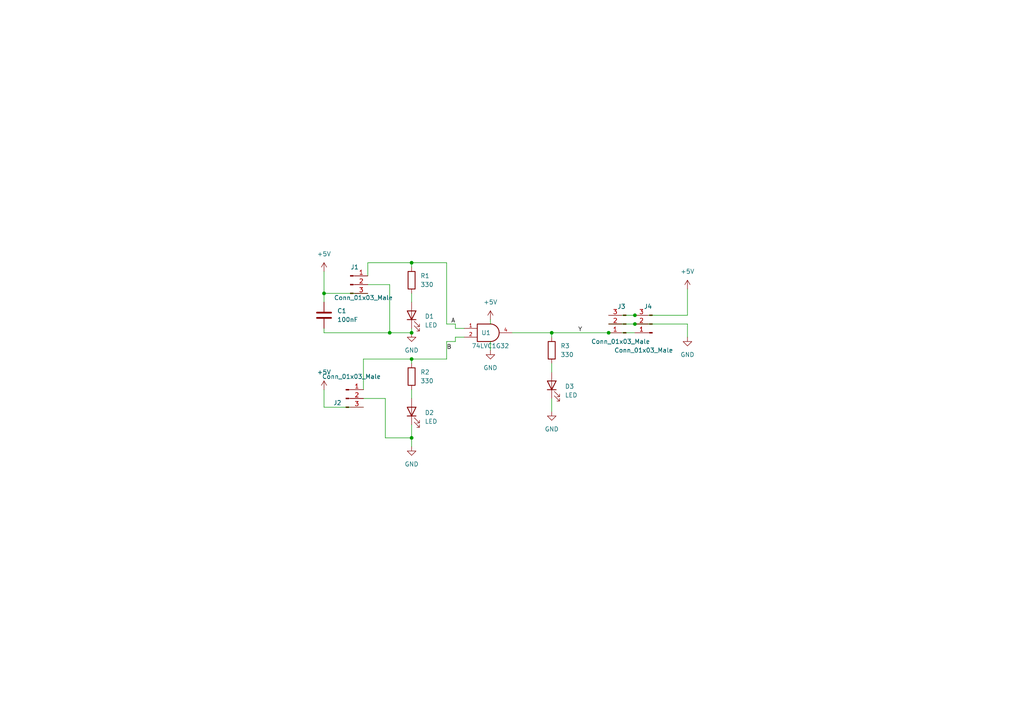
<source format=kicad_sch>
(kicad_sch (version 20231120) (generator "eeschema") (generator_version "8.0")
  (paper "A4")
  (lib_symbols
    (symbol "74xGxx:74LVC1G08" (pin_names (offset 1.016))
      (property "Reference" "U" (at -2.54 3.81 0))
      (property "Value" "74LVC1G08" (at 0 -3.81 0))
      (symbol "74LVC1G08_0_1"
        (arc (start 0 -2.54) (mid 2.529 0) (end 0 2.54) (stroke (width 0.254)))
        (polyline (pts (xy 0 -2.54) (xy -3.81 -2.54) (xy -3.81 2.54) (xy 0 2.54)) (stroke (width 0.254)))
      )
      (symbol "74LVC1G08_1_1"
        (pin input line (at -7.62 1.27 0) (length 3.81) (name "~") (number "1"))
        (pin input line (at -7.62 -1.27 0) (length 3.81) (name "~") (number "2"))
        (pin power_in line (at 0 -2.54 270) (length 0) hide (name "GND") (number "3"))
        (pin output line (at 6.35 0 180) (length 3.81) (name "~") (number "4"))
        (pin power_in line (at 0 2.54 90) (length 0) hide (name "VCC") (number "5"))
      )
    )
    (symbol "Connector:Conn_01x03_Male" (pin_names (offset 1.016) hide)
      (property "Reference" "J" (at 0 5.08 0))
      (property "Value" "Conn_01x03_Male" (at 0 -5.08 0))
      (symbol "Conn_01x03_Male_1_1"
        (polyline (pts (xy 1.27 -2.54) (xy 0.8636 -2.54)) (stroke (width 0.1524)))
        (polyline (pts (xy 1.27 0) (xy 0.8636 0)) (stroke (width 0.1524)))
        (polyline (pts (xy 1.27 2.54) (xy 0.8636 2.54)) (stroke (width 0.1524)))
        (rectangle (start 0.8636 -2.413) (end 0 -2.667) (stroke (width 0.1524)) (fill (type outline)))
        (rectangle (start 0.8636 0.127) (end 0 -0.127) (stroke (width 0.1524)) (fill (type outline)))
        (rectangle (start 0.8636 2.667) (end 0 2.413) (stroke (width 0.1524)) (fill (type outline)))
        (pin passive line (at 5.08 2.54 180) (length 3.81) (name "Pin_1") (number "1"))
        (pin passive line (at 5.08 0 180) (length 3.81) (name "Pin_2") (number "2"))
        (pin passive line (at 5.08 -2.54 180) (length 3.81) (name "Pin_3") (number "3"))
      )
    )
    (symbol "Device:C" (pin_numbers hide) (pin_names (offset 0.254))
      (property "Reference" "C" (at 0.635 2.54 0))
      (property "Value" "C" (at 0.635 -2.54 0))
      (symbol "C_0_1"
        (polyline (pts (xy -2.032 -0.762) (xy 2.032 -0.762)) (stroke (width 0.508)))
        (polyline (pts (xy -2.032 0.762) (xy 2.032 0.762)) (stroke (width 0.508)))
      )
      (symbol "C_1_1"
        (pin passive line (at 0 3.81 270) (length 2.794) (name "~") (number "1"))
        (pin passive line (at 0 -3.81 90) (length 2.794) (name "~") (number "2"))
      )
    )
    (symbol "Device:LED" (pin_numbers hide) (pin_names (offset 1.016) hide)
      (property "Reference" "D" (at 0 2.54 0))
      (property "Value" "LED" (at 0 -2.54 0))
      (symbol "LED_0_1"
        (polyline (pts (xy -1.27 -1.27) (xy -1.27 1.27)) (stroke (width 0.254)))
        (polyline (pts (xy -1.27 0) (xy 1.27 0)))
        (polyline (pts (xy 1.27 -1.27) (xy 1.27 1.27) (xy -1.27 0) (xy 1.27 -1.27)) (stroke (width 0.254)))
        (polyline (pts (xy -3.048 -0.762) (xy -4.572 -2.286) (xy -3.81 -2.286) (xy -4.572 -2.286) (xy -4.572 -1.524)))
        (polyline (pts (xy -1.778 -0.762) (xy -3.302 -2.286) (xy -2.54 -2.286) (xy -3.302 -2.286) (xy -3.302 -1.524)))
      )
      (symbol "LED_1_1"
        (pin passive line (at -3.81 0 0) (length 2.54) (name "K") (number "1"))
        (pin passive line (at 3.81 0 180) (length 2.54) (name "A") (number "2"))
      )
    )
    (symbol "Device:R" (pin_numbers hide) (pin_names (offset 0))
      (property "Reference" "R" (at 2.032 0 90))
      (property "Value" "R" (at 0 0 90))
      (symbol "R_0_1"
        (rectangle (start -1.016 -2.54) (end 1.016 2.54) (stroke (width 0.254)))
      )
      (symbol "R_1_1"
        (pin passive line (at 0 3.81 270) (length 1.27) (name "~") (number "1"))
        (pin passive line (at 0 -3.81 90) (length 1.27) (name "~") (number "2"))
      )
    )
    (symbol "power:+5V" (power) (pin_names (offset 0))
      (property "Value" "+5V" (at 0 3.556 0))
      (symbol "+5V_0_1"
        (polyline (pts (xy -0.762 1.27) (xy 0 2.54)))
        (polyline (pts (xy 0 0) (xy 0 2.54)))
        (polyline (pts (xy 0 2.54) (xy 0.762 1.27)))
      )
      (symbol "+5V_1_1"
        (pin power_in line (at 0 0 90) (length 0) hide (name "+5V") (number "1"))
      )
    )
    (symbol "power:GND" (power) (pin_names (offset 0))
      (property "Value" "GND" (at 0 -3.81 0))
      (symbol "GND_0_1"
        (polyline (pts (xy 0 0) (xy 0 -1.27) (xy 1.27 -1.27) (xy 0 -2.54) (xy -1.27 -1.27) (xy 0 -1.27)))
      )
      (symbol "GND_1_1"
        (pin power_in line (at 0 0 270) (length 0) hide (name "GND") (number "1"))
      )
    )
  )
  (junction (at 119.38 96.52))
  (junction (at 93.98 85.09))
  (junction (at 160.02 96.52))
  (junction (at 119.38 76.2))
  (junction (at 184.15 93.98))
  (junction (at 119.38 104.14))
  (junction (at 176.53 96.52))
  (junction (at 113.03 96.52))
  (junction (at 119.38 127))
  (junction (at 184.15 91.44))
  (wire (pts (xy 134.62 97.79) (xy 132.08 97.79)))
  (wire (pts (xy 106.68 76.2) (xy 119.38 76.2)))
  (wire (pts (xy 93.98 85.09) (xy 93.98 87.63)))
  (wire (pts (xy 160.02 115.57) (xy 160.02 119.38)))
  (wire (pts (xy 184.15 91.44) (xy 199.39 91.44)))
  (wire (pts (xy 176.53 91.44) (xy 184.15 91.44)))
  (wire (pts (xy 105.41 118.11) (xy 93.98 118.11)))
  (wire (pts (xy 148.59 96.52) (xy 160.02 96.52)))
  (wire (pts (xy 129.54 76.2) (xy 129.54 93.98)))
  (wire (pts (xy 113.03 82.55) (xy 113.03 96.52)))
  (wire (pts (xy 93.98 85.09) (xy 106.68 85.09)))
  (wire (pts (xy 129.54 99.06) (xy 132.08 99.06)))
  (wire (pts (xy 160.02 105.41) (xy 160.02 107.95)))
  (wire (pts (xy 176.53 93.98) (xy 184.15 93.98)))
  (wire (pts (xy 105.41 115.57) (xy 111.76 115.57)))
  (wire (pts (xy 113.03 96.52) (xy 119.38 96.52)))
  (wire (pts (xy 142.24 92.71) (xy 142.24 93.98)))
  (wire (pts (xy 199.39 83.82) (xy 199.39 91.44)))
  (wire (pts (xy 132.08 93.98) (xy 129.54 93.98)))
  (wire (pts (xy 160.02 96.52) (xy 176.53 96.52)))
  (wire (pts (xy 105.41 104.14) (xy 119.38 104.14)))
  (wire (pts (xy 184.15 93.98) (xy 199.39 93.98)))
  (wire (pts (xy 119.38 85.09) (xy 119.38 87.63)))
  (wire (pts (xy 199.39 93.98) (xy 199.39 97.79)))
  (wire (pts (xy 105.41 113.03) (xy 105.41 104.14)))
  (wire (pts (xy 111.76 115.57) (xy 111.76 127)))
  (wire (pts (xy 119.38 104.14) (xy 129.54 104.14)))
  (wire (pts (xy 119.38 127) (xy 119.38 129.54)))
  (wire (pts (xy 93.98 113.03) (xy 93.98 118.11)))
  (wire (pts (xy 119.38 95.25) (xy 119.38 96.52)))
  (wire (pts (xy 129.54 104.14) (xy 129.54 99.06)))
  (wire (pts (xy 119.38 123.19) (xy 119.38 127)))
  (wire (pts (xy 132.08 93.98) (xy 132.08 95.25)))
  (wire (pts (xy 93.98 95.25) (xy 93.98 96.52)))
  (wire (pts (xy 119.38 77.47) (xy 119.38 76.2)))
  (wire (pts (xy 93.98 96.52) (xy 113.03 96.52)))
  (wire (pts (xy 132.08 97.79) (xy 132.08 99.06)))
  (wire (pts (xy 119.38 76.2) (xy 129.54 76.2)))
  (wire (pts (xy 93.98 78.74) (xy 93.98 85.09)))
  (wire (pts (xy 111.76 127) (xy 119.38 127)))
  (wire (pts (xy 119.38 113.03) (xy 119.38 115.57)))
  (wire (pts (xy 176.53 96.52) (xy 184.15 96.52)))
  (wire (pts (xy 119.38 105.41) (xy 119.38 104.14)))
  (wire (pts (xy 132.08 95.25) (xy 134.62 95.25)))
  (wire (pts (xy 106.68 82.55) (xy 113.03 82.55)))
  (wire (pts (xy 106.68 76.2) (xy 106.68 80.01)))
  (wire (pts (xy 160.02 97.79) (xy 160.02 96.52)))
  (wire (pts (xy 142.24 99.06) (xy 142.24 101.6)))
  (label "Y" (at 167.64 96.52 0) (effects (font (size 1.2446 1.2446))))
  (label "B" (at 129.54 101.6 0) (effects (font (size 1.2446 1.2446))))
  (label "A" (at 130.81 93.98 0) (effects (font (size 1.2446 1.2446))))
  (symbol (lib_id "power:+5V") (at 199.39 83.82 0) (unit 1)
    (property "Reference" "#PWR0102" (effects (hide yes)))
    (property "Value" "+5V" (at 199.39 78.74 0))
  )
  (symbol (lib_id "power:GND") (at 119.38 96.52 0) (unit 1)
    (property "Reference" "#PWR0109" (effects (hide yes)))
    (property "Value" "GND" (at 119.38 101.6 0))
  )
  (symbol (lib_id "Device:LED") (at 119.38 91.44 90) (unit 1)
    (property "Reference" "D1" (at 123.19 91.7574 90) (effects (justify right)))
    (property "Value" "LED" (at 123.19 94.2974 90) (effects (justify right)))
    (property "Footprint" "shurik-personal:LITE_ON_LTST_C230TBKT-LED_1206_3216Metric_ReverseMount" (effects (hide yes)))
    (property "LCSC" "C125109" (effects (hide yes)))
  )
  (symbol (lib_id "power:GND") (at 199.39 97.79 0) (unit 1)
    (property "Reference" "#PWR0105" (effects (hide yes)))
    (property "Value" "GND" (at 199.39 102.87 0))
  )
  (symbol (lib_id "Connector:Conn_01x03_Male") (at 189.23 93.98 180) (unit 1)
    (property "Reference" "J4" (at 187.96 88.9 0))
    (property "Value" "Conn_01x03_Male" (at 186.69 101.6 0))
    (property "Footprint" "Connector_Molex:Molex_PicoBlade_53261-0371_1x03-1MP_P1.25mm_Horizontal" (effects (hide yes)))
    (property "LCSC" "C22075" (effects (hide yes)))
  )
  (symbol (lib_id "Device:LED") (at 160.02 111.76 90) (unit 1)
    (property "Reference" "D3" (at 163.83 112.0774 90) (effects (justify right)))
    (property "Value" "LED" (at 163.83 114.6174 90) (effects (justify right)))
    (property "Footprint" "shurik-personal:LITE_ON_LTST_C230TBKT-LED_1206_3216Metric_ReverseMount" (effects (hide yes)))
    (property "LCSC" "C125109" (effects (hide yes)))
  )
  (symbol (lib_id "power:+5V") (at 93.98 113.03 0) (unit 1)
    (property "Reference" "#PWR0104" (effects (hide yes)))
    (property "Value" "+5V" (at 93.98 107.95 0))
  )
  (symbol (lib_id "Device:R") (at 119.38 81.28 0) (unit 1)
    (property "Reference" "R1" (at 121.92 80.0099 0) (effects (justify left)))
    (property "Value" "330" (at 121.92 82.5499 0) (effects (justify left)))
    (property "Footprint" "Resistor_SMD:R_0603_1608Metric" (effects (hide yes)))
    (property "LCSC" "C23138" (effects (hide yes)))
  )
  (symbol (lib_id "power:GND") (at 160.02 119.38 0) (unit 1)
    (property "Reference" "#PWR0103" (effects (hide yes)))
    (property "Value" "GND" (at 160.02 124.46 0))
  )
  (symbol (lib_id "power:+5V") (at 93.98 78.74 0) (unit 1)
    (property "Reference" "#PWR0101" (effects (hide yes)))
    (property "Value" "+5V" (at 93.98 73.66 0))
  )
  (symbol (lib_id "Connector:Conn_01x03_Male") (at 101.6 82.55 0) (unit 1)
    (property "Reference" "J1" (at 102.87 77.47 0))
    (property "Value" "Conn_01x03_Male" (at 105.41 86.36 0))
    (property "Footprint" "Connector_Molex:Molex_PicoBlade_53261-0371_1x03-1MP_P1.25mm_Horizontal" (effects (hide yes)))
    (property "LCSC" "C22075" (effects (hide yes)))
  )
  (symbol (lib_id "Device:C") (at 93.98 91.44 0) (unit 1)
    (property "Reference" "C1" (at 97.79 90.1699 0) (effects (justify left)))
    (property "Value" "100nF" (at 97.79 92.7099 0) (effects (justify left)))
    (property "Footprint" "Capacitor_SMD:C_0603_1608Metric" (effects (hide yes)))
    (property "LCSC" "C14663" (effects (hide yes)))
  )
  (symbol (lib_id "power:+5V") (at 142.24 92.71 0) (unit 1)
    (property "Reference" "#PWR0107" (effects (hide yes)))
    (property "Value" "+5V" (at 142.24 87.63 0))
  )
  (symbol (lib_id "Connector:Conn_01x03_Male") (at 100.33 115.57 0) (unit 1)
    (property "Reference" "J2" (at 99.06 116.8401 0) (effects (justify right)))
    (property "Value" "Conn_01x03_Male" (at 110.49 109.22 0) (effects (justify right)))
    (property "Footprint" "Connector_Molex:Molex_PicoBlade_53261-0371_1x03-1MP_P1.25mm_Horizontal" (effects (hide yes)))
    (property "LCSC" "C22075" (effects (hide yes)))
  )
  (symbol (lib_id "power:GND") (at 119.38 129.54 0) (unit 1)
    (property "Reference" "#PWR0108" (effects (hide yes)))
    (property "Value" "GND" (at 119.38 134.62 0))
  )
  (symbol (lib_id "Device:R") (at 119.38 109.22 0) (unit 1)
    (property "Reference" "R2" (at 121.92 107.9499 0) (effects (justify left)))
    (property "Value" "330" (at 121.92 110.4899 0) (effects (justify left)))
    (property "Footprint" "Resistor_SMD:R_0603_1608Metric" (effects (hide yes)))
    (property "LCSC" "C23138" (effects (hide yes)))
  )
  (symbol (lib_id "Connector:Conn_01x03_Male") (at 181.61 93.98 180) (unit 1)
    (property "Reference" "J3" (at 179.07 88.9 0) (effects (justify right)))
    (property "Value" "Conn_01x03_Male" (at 171.45 99.06 0) (effects (justify right)))
    (property "Footprint" "Connector_Molex:Molex_PicoBlade_53261-0371_1x03-1MP_P1.25mm_Horizontal" (effects (hide yes)))
    (property "LCSC" "C22075" (effects (hide yes)))
  )
  (symbol (lib_id "power:GND") (at 142.24 101.6 0) (unit 1)
    (property "Reference" "#PWR0106" (effects (hide yes)))
    (property "Value" "GND" (at 142.24 106.68 0))
  )
  (symbol (lib_id "Device:R") (at 160.02 101.6 0) (unit 1)
    (property "Reference" "R3" (at 162.56 100.3299 0) (effects (justify left)))
    (property "Value" "330" (at 162.56 102.8699 0) (effects (justify left)))
    (property "Footprint" "Resistor_SMD:R_0603_1608Metric" (effects (hide yes)))
    (property "LCSC" "C23138" (effects (hide yes)))
  )
  (symbol (lib_id "74xGxx:74LVC1G08") (at 142.24 96.52 0) (unit 1)
    (property "Reference" "U1" (at 140.97 96.52 0))
    (property "Value" "74LVC1G32" (at 142.24 100.33 0))
    (property "Footprint" "Package_TO_SOT_SMD:SOT-23-5" (effects (hide yes)))
    (property "Datasheet" "http://www.ti.com/lit/sg/scyt129e/scyt129e.pdf" (effects (hide yes)))
    (property "LCSC" "C10096" (effects (hide yes)))
  )
  (symbol (lib_id "Device:LED") (at 119.38 119.38 90) (unit 1)
    (property "Reference" "D2" (at 123.19 119.6974 90) (effects (justify right)))
    (property "Value" "LED" (at 123.19 122.2374 90) (effects (justify right)))
    (property "Footprint" "shurik-personal:LITE_ON_LTST_C230TBKT-LED_1206_3216Metric_ReverseMount" (effects (hide yes)))
    (property "LCSC" "C125109" (effects (hide yes)))
  )
)
</source>
